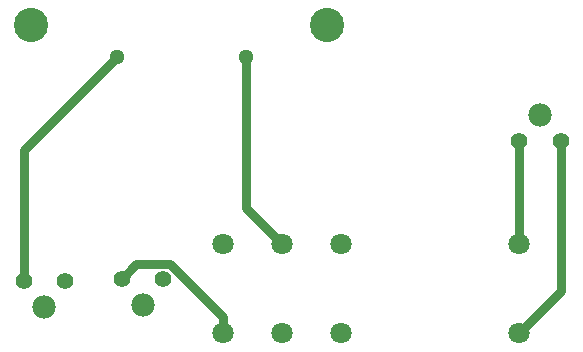
<source format=gbr>
G04 #@! TF.FileFunction,Copper,L1,Top,Signal*
%FSLAX46Y46*%
G04 Gerber Fmt 4.6, Leading zero omitted, Abs format (unit mm)*
G04 Created by KiCad (PCBNEW 4.0.7-e2-6376~58~ubuntu16.04.1) date Sat Feb  3 22:32:31 2018*
%MOMM*%
%LPD*%
G01*
G04 APERTURE LIST*
%ADD10C,0.100000*%
%ADD11C,1.397000*%
%ADD12C,1.981000*%
%ADD13C,1.800000*%
%ADD14C,1.300000*%
%ADD15C,2.900000*%
%ADD16C,0.762000*%
G04 APERTURE END LIST*
D10*
D11*
X143327000Y-99314000D03*
X139827000Y-99314000D03*
D12*
X141577000Y-101544000D03*
D13*
X153416000Y-103893000D03*
X153416000Y-96393000D03*
X158416000Y-96393000D03*
X173416000Y-96393000D03*
X173416000Y-103893000D03*
X158416000Y-103893000D03*
X148416000Y-96393000D03*
X148416000Y-103893000D03*
D11*
X135023800Y-99497000D03*
X131523800Y-99497000D03*
D12*
X133273800Y-101727000D03*
D11*
X173482000Y-87630000D03*
X176982000Y-87630000D03*
D12*
X175232000Y-85400000D03*
D14*
X139446000Y-80518000D03*
X150346000Y-80518000D03*
D15*
X132133000Y-77848000D03*
X157173000Y-77848000D03*
D16*
X131523800Y-99497000D02*
X131523800Y-88440200D01*
X131523800Y-88440200D02*
X139446000Y-80518000D01*
X150346000Y-80518000D02*
X150346000Y-93323000D01*
X150346000Y-93323000D02*
X153416000Y-96393000D01*
X176982000Y-100327000D02*
X173416000Y-103893000D01*
X173482000Y-87630000D02*
X173482000Y-96327000D01*
X173482000Y-96327000D02*
X173416000Y-96393000D01*
X176982000Y-87630000D02*
X176982000Y-100327000D01*
X139827000Y-99314000D02*
X141058901Y-98082099D01*
X141058901Y-98082099D02*
X143918313Y-98082099D01*
X143918313Y-98082099D02*
X148416000Y-102579786D01*
X148416000Y-102579786D02*
X148416000Y-102620208D01*
X148416000Y-102620208D02*
X148416000Y-103893000D01*
M02*

</source>
